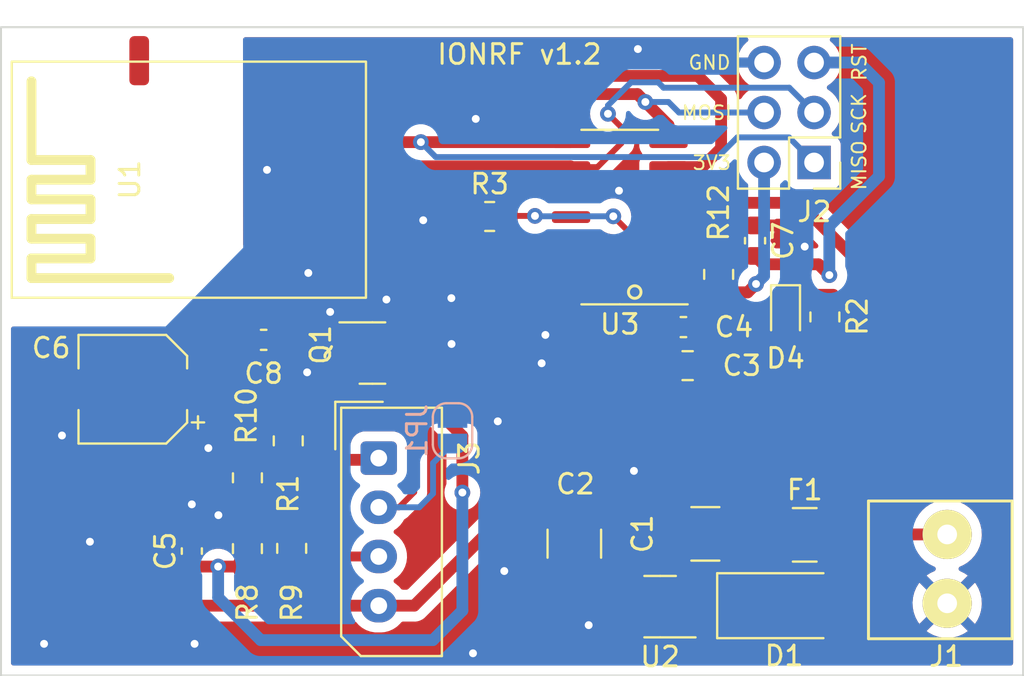
<source format=kicad_pcb>
(kicad_pcb (version 20211014) (generator pcbnew)
  (title_block (comment 4 "AISLER Project ID: GOBGGYHU"))
  (layers (0 "F.Cu" signal) (31 "B.Cu" signal) (34 "B.Paste" user) (35 "F.Paste" user) (36 "B.SilkS" user "B.Silkscreen") (37 "F.SilkS" user "F.Silkscreen") (38 "B.Mask" user) (39 "F.Mask" user) (44 "Edge.Cuts" user))
  (net 0 "")
  (net 1 "/ACC_12V_PROT")
  (net 2 "GND")
  (net 3 "/3V3")
  (net 4 "/ACC_12V_IN")
  (net 6 "Net-(J3-Pad1)")
  (net 7 "/MCU_RESET")
  (net 8 "/MCU_MOSI")
  (net 9 "/MCU_MISO")
  (net 10 "/MCU_SCK")
  (net 13 "/NRF_CS")
  (net 17 "Net-(D4-Pad1)")
  (net 18 "/NRF_CE")
  (net 19 "/XKC-Y2S-IN")
  (net 20 "Net-(J3-Pad2)")
  (net 21 "Net-(J3-Pad3)")
  (net 22 "Net-(R2-Pad2)")
  (net 23 "Net-(Q1-Pad1)")
  (net 24 "/XKC_ACTIVATE")
  (footprint "Capacitor_SMD:CP_Elec_5x5.3" (layer "F.Cu") (at 22.95 35.55 180)
    (fp_text reference "C6" (at 4.15 2.1) (layer "F.SilkS"))
    (fp_text value "100uF")
    (fp_line (start -3.625 -1.685) (end -3 -1.685) (layer "F.SilkS") (width 0.12))
    (fp_line (start 2.76 2.76) (end 2.76 1.06) (layer "F.SilkS") (width 0.12))
    (fp_line (start -2.76 1.695563) (end -1.695563 2.76) (layer "F.SilkS") (width 0.12))
    (fp_line (start -2.76 -1.695563) (end -1.695563 -2.76) (layer "F.SilkS") (width 0.12))
    (fp_line (start -2.76 1.695563) (end -2.76 1.06) (layer "F.SilkS") (width 0.12))
    (fp_line (start 2.76 -2.76) (end 2.76 -1.06) (layer "F.SilkS") (width 0.12))
    (fp_line (start -1.695563 -2.76) (end 2.76 -2.76) (layer "F.SilkS") (width 0.12))
    (fp_line (start -1.695563 2.76) (end 2.76 2.76) (layer "F.SilkS") (width 0.12))
    (fp_line (start -3.3125 -1.9975) (end -3.3125 -1.3725) (layer "F.SilkS") (width 0.12))
    (fp_line (start -2.76 -1.695563) (end -2.76 -1.06) (layer "F.SilkS") (width 0.12))
    (pad "1" smd roundrect (at -2.2 0 180) (size 3 1.6) (layers "F.Cu" "F.Paste" "F.Mask") (roundrect_rratio 0.15625) (net 3 "/3V3"))
    (pad "2" smd roundrect (at 2.2 0 180) (size 3 1.6) (layers "F.Cu" "F.Paste" "F.Mask") (roundrect_rratio 0.15625) (net 2 "GND"))
  )
  (footprint "Resistor_SMD:R_0805_2012Metric" (layer "F.Cu") (at 28.775 43.65 -90)
    (fp_text reference "R8" (at 2.75 0 90) (layer "F.SilkS"))
    (fp_text value "1k")
    (fp_line (start -0.227064 0.735) (end 0.227064 0.735) (layer "F.SilkS") (width 0.12))
    (fp_line (start -0.227064 -0.735) (end 0.227064 -0.735) (layer "F.SilkS") (width 0.12))
    (pad "1" smd roundrect (at -0.9125 0 270) (size 1.025 1.4) (layers "F.Cu" "F.Paste" "F.Mask") (roundrect_rratio 0.243902) (net 3 "/3V3"))
    (pad "2" smd roundrect (at 0.9125 0 270) (size 1.025 1.4) (layers "F.Cu" "F.Paste" "F.Mask") (roundrect_rratio 0.243902) (net 19 "/XKC-Y2S-IN"))
  )
  (footprint "Resistor_SMD:R_0805_2012Metric" (layer "F.Cu") (at 30.85 38.1725 -90)
    (fp_text reference "R1" (at 2.7 0 90) (layer "F.SilkS"))
    (fp_text value "1k")
    (fp_line (start -0.227064 0.735) (end 0.227064 0.735) (layer "F.SilkS") (width 0.12))
    (fp_line (start -0.227064 -0.735) (end 0.227064 -0.735) (layer "F.SilkS") (width 0.12))
    (pad "1" smd roundrect (at -0.9125 0 270) (size 1.025 1.4) (layers "F.Cu" "F.Paste" "F.Mask") (roundrect_rratio 0.243902) (net 2 "GND"))
    (pad "2" smd roundrect (at 0.9125 0 270) (size 1.025 1.4) (layers "F.Cu" "F.Paste" "F.Mask") (roundrect_rratio 0.243902) (net 6 "Net-(J3-Pad1)"))
  )
  (footprint "Resistor_SMD:R_0805_2012Metric" (layer "F.Cu") (at 28.775 40.05 90)
    (fp_text reference "R10" (at 3.15 -0.05 90) (layer "F.SilkS"))
    (fp_text value "1k")
    (fp_line (start -0.227064 -0.735) (end 0.227064 -0.735) (layer "F.SilkS") (width 0.12))
    (fp_line (start -0.227064 0.735) (end 0.227064 0.735) (layer "F.SilkS") (width 0.12))
    (pad "1" smd roundrect (at -0.9125 0 90) (size 1.025 1.4) (layers "F.Cu" "F.Paste" "F.Mask") (roundrect_rratio 0.243902) (net 3 "/3V3"))
    (pad "2" smd roundrect (at 0.9125 0 90) (size 1.025 1.4) (layers "F.Cu" "F.Paste" "F.Mask") (roundrect_rratio 0.243902) (net 6 "Net-(J3-Pad1)"))
  )
  (footprint "Diode_SMD:D_SMA" (layer "F.Cu") (at 56.05 46.55)
    (fp_text reference "D1" (at 0 2.55) (layer "F.SilkS"))
    (fp_text value "DO-214AC")
    (fp_line (start -3.4 1.65) (end 2 1.65) (layer "F.SilkS") (width 0.12))
    (fp_line (start -3.4 -1.65) (end -3.4 1.65) (layer "F.SilkS") (width 0.12))
    (fp_line (start -3.4 -1.65) (end 2 -1.65) (layer "F.SilkS") (width 0.12))
    (pad "1" smd rect (at -2 0) (size 2.5 1.8) (layers "F.Cu" "F.Paste" "F.Mask") (net 1 "/ACC_12V_PROT"))
    (pad "2" smd rect (at 2 0) (size 2.5 1.8) (layers "F.Cu" "F.Paste" "F.Mask") (net 2 "GND"))
  )
  (footprint "Capacitor_SMD:C_1210_3225Metric" (layer "F.Cu") (at 45.39 43.4 -90)
    (fp_text reference "C2" (at -3.03 -0.05) (layer "F.SilkS"))
    (fp_text value "10uF")
    (fp_line (start -0.711252 -1.36) (end 0.711252 -1.36) (layer "F.SilkS") (width 0.12))
    (fp_line (start -0.711252 1.36) (end 0.711252 1.36) (layer "F.SilkS") (width 0.12))
    (pad "1" smd roundrect (at -1.475 0 270) (size 1.15 2.7) (layers "F.Cu" "F.Paste" "F.Mask") (roundrect_rratio 0.217391) (net 3 "/3V3"))
    (pad "2" smd roundrect (at 1.475 0 270) (size 1.15 2.7) (layers "F.Cu" "F.Paste" "F.Mask") (roundrect_rratio 0.217391) (net 2 "GND"))
  )
  (footprint "Connector_PinHeader_2.54mm:PinHeader_2x03_P2.54mm_Vertical" (layer "F.Cu") (at 57.575 24.025 180)
    (fp_text reference "J2" (at -0.015 -2.505 180) (layer "F.SilkS"))
    (fp_text value "Programmer_Pins_SPI")
    (fp_line (start 1.27 -1.33) (end 3.87 -1.33) (layer "F.SilkS") (width 0.12))
    (fp_line (start -1.33 6.41) (end 3.87 6.41) (layer "F.SilkS") (width 0.12))
    (fp_line (start 3.87 -1.33) (end 3.87 6.41) (layer "F.SilkS") (width 0.12))
    (fp_line (start -1.33 1.27) (end -1.33 6.41) (layer "F.SilkS") (width 0.12))
    (fp_line (start -1.33 0) (end -1.33 -1.33) (layer "F.SilkS") (width 0.12))
    (fp_line (start -1.33 1.27) (end 1.27 1.27) (layer "F.SilkS") (width 0.12))
    (fp_line (start -1.33 -1.33) (end 0 -1.33) (layer "F.SilkS") (width 0.12))
    (fp_line (start 1.27 1.27) (end 1.27 -1.33) (layer "F.SilkS") (width 0.12))
    (pad "1" thru_hole rect (at 0 0 180) (size 1.7 1.7) (drill 1) (layers *.Cu *.Mask) (net 9 "/MCU_MISO"))
    (pad "2" thru_hole oval (at 2.54 0 180) (size 1.7 1.7) (drill 1) (layers *.Cu *.Mask) (net 3 "/3V3"))
    (pad "3" thru_hole oval (at 0 2.54 180) (size 1.7 1.7) (drill 1) (layers *.Cu *.Mask) (net 10 "/MCU_SCK"))
    (pad "4" thru_hole oval (at 2.54 2.54 180) (size 1.7 1.7) (drill 1) (layers *.Cu *.Mask) (net 8 "/MCU_MOSI"))
    (pad "5" thru_hole oval (at 0 5.08 180) (size 1.7 1.7) (drill 1) (layers *.Cu *.Mask) (net 7 "/MCU_RESET"))
    (pad "6" thru_hole oval (at 2.54 5.08 180) (size 1.7 1.7) (drill 1) (layers *.Cu *.Mask) (net 2 "GND"))
  )
  (footprint "my_kicad:SORKAPOCS-3.5mm-2" (layer "F.Cu") (at 64.34 44.73 90)
    (fp_text reference "J1" (at -4.4 -0.05 180) (layer "F.SilkS"))
    (fp_text value "12V_IN")
    (fp_line (start -3.5 -4) (end 3.5 -4) (layer "F.SilkS") (width 0.15))
    (fp_line (start 3.5 -4) (end 3.5 3.3) (layer "F.SilkS") (width 0.15))
    (fp_line (start 3.5 3.3) (end -3.5 3.3) (layer "F.SilkS") (width 0.15))
    (fp_line (start -3.5 3.3) (end -3.5 -4) (layer "F.SilkS") (width 0.15))
    (pad "1" thru_hole circle locked (at -1.7 0 90) (size 2.5 2.5) (drill 1) (layers *.Cu *.Mask "F.SilkS") (net 2 "GND"))
    (pad "2" thru_hole circle locked (at 1.8 0 90) (size 2.5 2.5) (drill 1) (layers *.Cu *.Mask "F.SilkS") (net 4 "/ACC_12V_IN"))
  )
  (footprint "Capacitor_SMD:C_0805_2012Metric" (layer "F.Cu") (at 51.15 34.35)
    (fp_text reference "C3" (at 2.75 0) (layer "F.SilkS"))
    (fp_text value "4.7uF")
    (fp_line (start -0.261252 0.735) (end 0.261252 0.735) (layer "F.SilkS") (width 0.12))
    (fp_line (start -0.261252 -0.735) (end 0.261252 -0.735) (layer "F.SilkS") (width 0.12))
    (pad "1" smd roundrect (at -0.95 0) (size 1 1.45) (layers "F.Cu" "F.Paste" "F.Mask") (net 3 "/3V3"))
    (pad "2" smd roundrect (at 0.95 0) (size 1 1.45) (layers "F.Cu" "F.Paste" "F.Mask") (net 2 "GND"))
  )
  (footprint "Capacitor_SMD:C_0603_1608Metric" (layer "F.Cu") (at 50.935 32.39)
    (fp_text reference "C4" (at 2.565 0) (layer "F.SilkS"))
    (fp_text value "100nF")
    (fp_line (start -0.14058 0.51) (end 0.14058 0.51) (layer "F.SilkS") (width 0.12))
    (fp_line (start -0.14058 -0.51) (end 0.14058 -0.51) (layer "F.SilkS") (width 0.12))
    (pad "1" smd roundrect (at -0.775 0) (size 0.9 0.95) (layers "F.Cu" "F.Paste" "F.Mask") (net 3 "/3V3"))
    (pad "2" smd roundrect (at 0.775 0) (size 0.9 0.95) (layers "F.Cu" "F.Paste" "F.Mask") (net 2 "GND"))
  )
  (footprint "Resistor_SMD:R_0805_2012Metric" (layer "F.Cu") (at 41.0875 26.77)
    (fp_text reference "R3" (at 0 -1.65) (layer "F.SilkS"))
    (fp_text value "1k")
    (fp_line (start -0.227064 -0.735) (end 0.227064 -0.735) (layer "F.SilkS") (width 0.12))
    (fp_line (start -0.227064 0.735) (end 0.227064 0.735) (layer "F.SilkS") (width 0.12))
    (pad "1" smd roundrect (at -0.9125 0) (size 1.025 1.4) (layers "F.Cu" "F.Paste" "F.Mask") (roundrect_rratio 0.243902) (net 23 "Net-(Q1-Pad1)"))
    (pad "2" smd roundrect (at 0.9125 0) (size 1.025 1.4) (layers "F.Cu" "F.Paste" "F.Mask") (roundrect_rratio 0.243902) (net 24 "/XKC_ACTIVATE"))
  )
  (footprint "Resistor_SMD:R_0805_2012Metric" (layer "F.Cu") (at 58.125 31.875 -90)
    (fp_text reference "R2" (at -0.025 -1.65 -90) (layer "F.SilkS"))
    (fp_text value "1k")
    (fp_line (start -0.227064 0.735) (end 0.227064 0.735) (layer "F.SilkS") (width 0.12))
    (fp_line (start -0.227064 -0.735) (end 0.227064 -0.735) (layer "F.SilkS") (width 0.12))
    (pad "1" smd roundrect (at -0.9125 0 270) (size 1.025 1.4) (layers "F.Cu" "F.Paste" "F.Mask") (roundrect_rratio 0.243902) (net 17 "Net-(D4-Pad1)"))
    (pad "2" smd roundrect (at 0.9125 0 270) (size 1.025 1.4) (layers "F.Cu" "F.Paste" "F.Mask") (roundrect_rratio 0.243902) (net 22 "Net-(R2-Pad2)"))
  )
  (footprint "Resistor_SMD:R_0805_2012Metric" (layer "F.Cu") (at 52.725 29.7125 90)
    (fp_text reference "R12" (at 3.1375 0 90) (layer "F.SilkS"))
    (fp_text value "1k")
    (fp_line (start -0.227064 0.735) (end 0.227064 0.735) (layer "F.SilkS") (width 0.12))
    (fp_line (start -0.227064 -0.735) (end 0.227064 -0.735) (layer "F.SilkS") (width 0.12))
    (pad "1" smd roundrect (at -0.9125 0 90) (size 1.025 1.4) (layers "F.Cu" "F.Paste" "F.Mask") (roundrect_rratio 0.243902) (net 3 "/3V3"))
    (pad "2" smd roundrect (at 0.9125 0 90) (size 1.025 1.4) (layers "F.Cu" "F.Paste" "F.Mask") (roundrect_rratio 0.243902) (net 7 "/MCU_RESET"))
  )
  (footprint "Capacitor_SMD:C_0603_1608Metric" (layer "F.Cu") (at 54.575 28 -90)
    (fp_text reference "C7" (at 0 -1.425 90) (layer "F.SilkS"))
    (fp_text value "100nF")
    (fp_line (start -0.14058 0.51) (end 0.14058 0.51) (layer "F.SilkS") (width 0.12))
    (fp_line (start -0.14058 -0.51) (end 0.14058 -0.51) (layer "F.SilkS") (width 0.12))
    (pad "1" smd roundrect (at -0.775 0 270) (size 0.9 0.95) (layers "F.Cu" "F.Paste" "F.Mask") (net 2 "GND"))
    (pad "2" smd roundrect (at 0.775 0 270) (size 0.9 0.95) (layers "F.Cu" "F.Paste" "F.Mask") (net 7 "/MCU_RESET"))
  )
  (footprint "Fuse:Fuse_1210_3225Metric_Pad1.42x2.65mm_HandSolder" (layer "F.Cu") (at 57.1 42.95)
    (fp_text reference "F1" (at 0 -2.28) (layer "F.SilkS"))
    (fp_text value "100mA Polyfuse")
    (fp_line (start -0.602064 1.36) (end 0.602064 1.36) (layer "F.SilkS") (width 0.12))
    (fp_line (start -0.602064 -1.36) (end 0.602064 -1.36) (layer "F.SilkS") (width 0.12))
    (pad "1" smd roundrect (at -1.4875 0) (size 1.425 2.65) (layers "F.Cu" "F.Paste" "F.Mask") (roundrect_rratio 0.175439) (net 1 "/ACC_12V_PROT"))
    (pad "2" smd roundrect (at 1.4875 0) (size 1.425 2.65) (layers "F.Cu" "F.Paste" "F.Mask") (roundrect_rratio 0.175439) (net 4 "/ACC_12V_IN"))
  )
  (footprint "Connector_Molex:Molex_SPOX_5267-04A_1x04_P2.50mm_Vertical" (layer "F.Cu") (at 35.45 39.05 -90)
    (fp_text reference "J3" (at 0 -4.6 90) (layer "F.SilkS"))
    (fp_text value "XKC-Y2S-IN")
    (fp_line (start -2.56 -3.21) (end -2.56 1.91) (layer "F.SilkS") (width 0.12))
    (fp_line (start 9.06 1.91) (end 10.06 0.91) (layer "F.SilkS") (width 0.12))
    (fp_line (start -2.86 2.21) (end -0.45 2.21) (layer "F.SilkS") (width 0.12))
    (fp_line (start 10.06 -3.21) (end -2.56 -3.21) (layer "F.SilkS") (width 0.12))
    (fp_line (start 10.06 0.91) (end 10.06 -3.21) (layer "F.SilkS") (width 0.12))
    (fp_line (start -2.86 -0.2) (end -2.86 2.21) (layer "F.SilkS") (width 0.12))
    (fp_line (start -2.56 1.91) (end 9.06 1.91) (layer "F.SilkS") (width 0.12))
    (pad "1" thru_hole roundrect (at 0 0 270) (size 1.7 1.85) (drill 0.85) (layers *.Cu *.Mask) (roundrect_rratio 0.147059) (net 6 "Net-(J3-Pad1)"))
    (pad "2" thru_hole oval (at 2.5 0 270) (size 1.7 1.85) (drill 0.85) (layers *.Cu *.Mask) (net 20 "Net-(J3-Pad2)"))
    (pad "3" thru_hole oval (at 5 0 270) (size 1.7 1.85) (drill 0.85) (layers *.Cu *.Mask) (net 21 "Net-(J3-Pad3)"))
    (pad "4" thru_hole oval (at 7.5 0 270) (size 1.7 1.85) (drill 0.85) (layers *.Cu *.Mask) (net 3 "/3V3"))
  )
  (footprint "Resistor_SMD:R_0805_2012Metric" (layer "F.Cu") (at 31.025 43.6375 -90)
    (fp_text reference "R9" (at 2.7625 0 90) (layer "F.SilkS"))
    (fp_text value "1k")
    (fp_line (start -0.227064 -0.735) (end 0.227064 -0.735) (layer "F.SilkS") (width 0.12))
    (fp_line (start -0.227064 0.735) (end 0.227064 0.735) (layer "F.SilkS") (width 0.12))
    (pad "1" smd roundrect (at -0.9125 0 270) (size 1.025 1.4) (layers "F.Cu" "F.Paste" "F.Mask") (roundrect_rratio 0.243902) (net 21 "Net-(J3-Pad3)"))
    (pad "2" smd roundrect (at 0.9125 0 270) (size 1.025 1.4) (layers "F.Cu" "F.Paste" "F.Mask") (roundrect_rratio 0.243902) (net 19 "/XKC-Y2S-IN"))
  )
  (footprint "mykicad_6:NRF24L01_SMD" (layer "F.Cu") (at 25.8 24.9 90)
    (fp_text reference "U1" (at 0 -3 90 unlocked) (layer "F.SilkS"))
    (fp_text value "NRF24L01_Breakout")
    (fp_line (start 0 -5) (end 1 -5) (layer "F.SilkS") (width 0.5))
    (fp_line (start -5 -1) (end -5 -8) (layer "F.SilkS") (width 0.5))
    (fp_line (start -4 -5) (end -3 -5) (layer "F.SilkS") (width 0.5))
    (fp_line (start -5 -8) (end -4 -8) (layer "F.SilkS") (width 0.5))
    (fp_line (start -3 -5) (end -3 -8) (layer "F.SilkS") (width 0.5))
    (fp_line (start -3 -8) (end -2 -8) (layer "F.SilkS") (width 0.5))
    (fp_line (start -2 -8) (end -2 -5) (layer "F.SilkS") (width 0.5))
    (fp_line (start -2 -5) (end -1 -5) (layer "F.SilkS") (width 0.5))
    (fp_line (start 1 -5) (end 1 -8) (layer "F.SilkS") (width 0.5))
    (fp_line (start -1 -5) (end -1 -8) (layer "F.SilkS") (width 0.5))
    (fp_line (start -1 -8) (end 0 -8) (layer "F.SilkS") (width 0.5))
    (fp_line (start -4 -8) (end -4 -5) (layer "F.SilkS") (width 0.5))
    (fp_line (start 1 -8) (end 5 -8) (layer "F.SilkS") (width 0.5))
    (fp_line (start 0 -8) (end 0 -5) (layer "F.SilkS") (width 0.5))
    (fp_rect (start -6 -9) (end 6 9) (layer "F.SilkS") (width 0.12) (fill none))
    (pad "1" smd roundrect (at -4.4 9 180) (size 3 0.8) (layers "F.Cu" "F.Paste" "F.Mask") (net 2 "GND"))
    (pad "2" smd roundrect (at -3.13 9 180) (size 3 0.8) (layers "F.Cu" "F.Paste" "F.Mask") (net 3 "/3V3"))
    (pad "3" smd roundrect (at -1.86 9 180) (size 3 0.8) (layers "F.Cu" "F.Paste" "F.Mask") (net 18 "/NRF_CE"))
    (pad "4" smd roundrect (at -0.59 9 180) (size 3 0.8) (layers "F.Cu" "F.Paste" "F.Mask") (net 13 "/NRF_CS"))
    (pad "5" smd roundrect (at 0.68 9 180) (size 3 0.8) (layers "F.Cu" "F.Paste" "F.Mask") (net 10 "/MCU_SCK"))
    (pad "6" smd roundrect (at 1.95 9 180) (size 3 0.8) (layers "F.Cu" "F.Paste" "F.Mask") (net 9 "/MCU_MISO"))
    (pad "7" smd roundrect (at 3.22 9 180) (size 3 0.8) (layers "F.Cu" "F.Paste" "F.Mask") (net 8 "/MCU_MOSI"))
    (pad "8" smd roundrect (at 4.49 9 180) (size 3 0.8) (layers "F.Cu" "F.Paste" "F.Mask"))
    (pad "9" smd roundrect (at 6.05 -2.525 90) (size 2.5 1) (layers "F.Cu" "F.Paste" "F.Mask"))
  )
  (footprint "LED_SMD:LED_0603_1608Metric" (layer "F.Cu") (at 56.125 31.75 -90)
    (fp_text reference "D4" (at 2.225 0 180) (layer "F.SilkS"))
    (fp_text value "LED")
    (fp_line (start 0.8 -0.735) (end -1.485 -0.735) (layer "F.SilkS") (width 0.12))
    (fp_line (start -1.485 -0.735) (end -1.485 0.735) (layer "F.SilkS") (width 0.12))
    (fp_line (start -1.485 0.735) (end 0.8 0.735) (layer "F.SilkS") (width 0.12))
    (pad "1" smd roundrect (at -0.7875 0 270) (size 0.875 0.95) (layers "F.Cu" "F.Paste" "F.Mask") (net 17 "Net-(D4-Pad1)"))
    (pad "2" smd roundrect (at 0.7875 0 270) (size 0.875 0.95) (layers "F.Cu" "F.Paste" "F.Mask") (net 3 "/3V3"))
  )
  (footprint "Package_TO_SOT_SMD:SOT-23" (layer "F.Cu") (at 35.13 33.71)
    (fp_text reference "Q1" (at -2.63 -0.42 90) (layer "F.SilkS"))
    (fp_text value "BC847B")
    (fp_line (start 0 -1.56) (end 0.65 -1.56) (layer "F.SilkS") (width 0.12))
    (fp_line (start 0 1.56) (end -0.65 1.56) (layer "F.SilkS") (width 0.12))
    (fp_line (start 0 -1.56) (end -1.675 -1.56) (layer "F.SilkS") (width 0.12))
    (fp_line (start 0 1.56) (end 0.65 1.56) (layer "F.SilkS") (width 0.12))
    (pad "1" smd roundrect (at -0.9375 -0.95) (size 1.475 0.6) (layers "F.Cu" "F.Paste" "F.Mask") (net 23 "Net-(Q1-Pad1)"))
    (pad "2" smd roundrect (at -0.9375 0.95) (size 1.475 0.6) (layers "F.Cu" "F.Paste" "F.Mask") (net 2 "GND"))
    (pad "3" smd roundrect (at 0.9375 0) (size 1.475 0.6) (layers "F.Cu" "F.Paste" "F.Mask") (net 20 "Net-(J3-Pad2)"))
  )
  (footprint "Capacitor_SMD:C_0603_1608Metric" (layer "F.Cu") (at 25.95 43.775 -90)
    (fp_text reference "C5" (at 0 1.35 90) (layer "F.SilkS"))
    (fp_text value "100nF")
    (fp_line (start -0.14058 0.51) (end 0.14058 0.51) (layer "F.SilkS") (width 0.12))
    (fp_line (start -0.14058 -0.51) (end 0.14058 -0.51) (layer "F.SilkS") (width 0.12))
    (pad "1" smd roundrect (at -0.775 0 270) (size 0.9 0.95) (layers "F.Cu" "F.Paste" "F.Mask") (net 2 "GND"))
    (pad "2" smd roundrect (at 0.775 0 270) (size 0.9 0.95) (layers "F.Cu" "F.Paste" "F.Mask") (net 19 "/XKC-Y2S-IN"))
  )
  (footprint "Capacitor_SMD:C_1210_3225Metric" (layer "F.Cu") (at 52.05 42.9 180)
    (fp_text reference "C1" (at 3.2 0 90) (layer "F.SilkS"))
    (fp_text value "10uF")
    (fp_line (start -0.711252 1.36) (end 0.711252 1.36) (layer "F.SilkS") (width 0.12))
    (fp_line (start -0.711252 -1.36) (end 0.711252 -1.36) (layer "F.SilkS") (width 0.12))
    (pad "1" smd roundrect (at -1.475 0 180) (size 1.15 2.7) (layers "F.Cu" "F.Paste" "F.Mask") (roundrect_rratio 0.217391) (net 1 "/ACC_12V_PROT"))
    (pad "2" smd roundrect (at 1.475 0 180) (size 1.15 2.7) (layers "F.Cu" "F.Paste" "F.Mask") (roundrect_rratio 0.217391) (net 2 "GND"))
  )
  (footprint "Package_TO_SOT_SMD:SOT-23-5" (layer "F.Cu") (at 49.75 46.6 180)
    (fp_text reference "U2" (at 0 -2.55) (layer "F.SilkS"))
    (fp_text value "AP7370-33WW-7")
    (fp_line (start 0 -1.56) (end 0.8 -1.56) (layer "F.SilkS") (width 0.12))
    (fp_line (start 0 1.56) (end 0.8 1.56) (layer "F.SilkS") (width 0.12))
    (fp_line (start 0 -1.56) (end -1.8 -1.56) (layer "F.SilkS") (width 0.12))
    (fp_line (start 0 1.56) (end -0.8 1.56) (layer "F.SilkS") (width 0.12))
    (pad "1" smd roundrect (at -1.1375 -0.95 180) (size 1.325 0.6) (layers "F.Cu" "F.Paste" "F.Mask") (net 1 "/ACC_12V_PROT"))
    (pad "2" smd roundrect (at -1.1375 0 180) (size 1.325 0.6) (layers "F.Cu" "F.Paste" "F.Mask") (net 2 "GND"))
    (pad "3" smd roundrect (at -1.1375 0.95 180) (size 1.325 0.6) (layers "F.Cu" "F.Paste" "F.Mask") (net 3 "/3V3"))
    (pad "4" smd roundrect (at 1.1375 0.95 180) (size 1.325 0.6) (layers "F.Cu" "F.Paste" "F.Mask"))
    (pad "5" smd roundrect (at 1.1375 -0.95 180) (size 1.325 0.6) (layers "F.Cu" "F.Paste" "F.Mask"))
  )
  (footprint "Package_SO:SOIC-14_3.9x8.7mm_P1.27mm" (layer "F.Cu") (at 47.7 26.8 180)
    (fp_text reference "U3" (at 0 -5.45) (layer "F.SilkS"))
    (fp_text value "ATtiny84-20SS")
    (fp_line (start 0 4.435) (end -1.95 4.435) (layer "F.SilkS") (width 0.12))
    (fp_line (start 0 4.435) (end 1.95 4.435) (layer "F.SilkS") (width 0.12))
    (fp_line (start 0 -4.435) (end 1.95 -4.435) (layer "F.SilkS") (width 0.12))
    (fp_line (start 0 -4.435) (end -3.45 -4.435) (layer "F.SilkS") (width 0.12))
    (pad "1" smd roundrect (at -2.475 -3.81 180) (size 1.95 0.6) (layers "F.Cu" "F.Paste" "F.Mask") (net 3 "/3V3"))
    (pad "2" smd roundrect (at -2.475 -2.54 180) (size 1.95 0.6) (layers "F.Cu" "F.Paste" "F.Mask"))
    (pad "3" smd roundrect (at -2.475 -1.27 180) (size 1.95 0.6) (layers "F.Cu" "F.Paste" "F.Mask") (net 24 "/XKC_ACTIVATE"))
    (pad "4" smd roundrect (at -2.475 0 180) (size 1.95 0.6) (layers "F.Cu" "F.Paste" "F.Mask") (net 7 "/MCU_RESET"))
    (pad "5" smd roundrect (at -2.475 1.27 180) (size 1.95 0.6) (layers "F.Cu" "F.Paste" "F.Mask") (net 22 "Net-(R2-Pad2)"))
    (pad "6" smd roundrect (at -2.475 2.54 180) (size 1.95 0.6) (layers "F.Cu" "F.Paste" "F.Mask") (net 18 "/NRF_CE"))
    (pad "7" smd roundrect (at -2.475 3.81 180) (size 1.95 0.6) (layers "F.Cu" "F.Paste" "F.Mask") (net 8 "/MCU_MOSI"))
    (pad "8" smd roundrect (at 2.475 3.81 180) (size 1.95 0.6) (layers "F.Cu" "F.Paste" "F.Mask") (net 9 "/MCU_MISO"))
    (pad "9" smd roundrect (at 2.475 2.54 180) (size 1.95 0.6) (layers "F.Cu" "F.Paste" "F.Mask") (net 10 "/MCU_SCK"))
    (pad "10" smd roundrect (at 2.475 1.27 180) (size 1.95 0.6) (layers "F.Cu" "F.Paste" "F.Mask") (net 13 "/NRF_CS"))
    (pad "11" smd roundrect (at 2.475 0 180) (size 1.95 0.6) (layers "F.Cu" "F.Paste" "F.Mask"))
    (pad "12" smd roundrect (at 2.475 -1.27 180) (size 1.95 0.6) (layers "F.Cu" "F.Paste" "F.Mask") (net 19 "/XKC-Y2S-IN"))
    (pad "13" smd roundrect (at 2.475 -2.54 180) (size 1.95 0.6) (layers "F.Cu" "F.Paste" "F.Mask"))
    (pad "14" smd roundrect (at 2.475 -3.81 180) (size 1.95 0.6) (layers "F.Cu" "F.Paste" "F.Mask") (net 2 "GND"))
  )
  (footprint "Capacitor_SMD:C_0603_1608Metric" (layer "F.Cu") (at 29.6 33.04 180)
    (fp_text reference "C8" (at 0 -1.71) (layer "F.SilkS"))
    (fp_text value "100nF")
    (fp_line (start -0.14058 0.51) (end 0.14058 0.51) (layer "F.SilkS") (width 0.12))
    (fp_line (start -0.14058 -0.51) (end 0.14058 -0.51) (layer "F.SilkS") (width 0.12))
    (pad "1" smd roundrect (at -0.775 0 180) (size 0.9 0.95) (layers "F.Cu" "F.Paste" "F.Mask") (net 2 "GND"))
    (pad "2" smd roundrect (at 0.775 0 180) (size 0.9 0.95) (layers "F.Cu" "F.Paste" "F.Mask") (net 3 "/3V3"))
  )
  (footprint "Jumper:SolderJumper-2_P1.3mm_Open_RoundedPad1.0x1.5mm" (layer "B.Cu") (at 39.2 37.66 -90)
    (fp_text reference "JP1" (at 0 1.8 90) (layer "B.SilkS") (effects (justify mirror)))
    (fp_text value "SolderJumper_2_Open")
    (fp_line (start -1.4 -0.3) (end -1.4 0.3) (layer "B.SilkS") (width 0.12))
    (fp_line (start -0.7 1) (end 0.7 1) (layer "B.SilkS") (width 0.12))
    (fp_line (start 0.7 -1) (end -0.7 -1) (layer "B.SilkS") (width 0.12))
    (fp_line (start 1.4 0.3) (end 1.4 -0.3) (layer "B.SilkS") (width 0.12))
    (fp_arc (start 0.7 -1) (mid 1.194975 -0.794975) (end 1.4 -0.3) (layer "B.SilkS") (width 0.12))
    (fp_arc (start -0.7 1) (mid -1.194975 0.794975) (end -1.4 0.3) (layer "B.SilkS") (width 0.12))
    (fp_arc (start 1.4 0.3) (mid 1.194975 0.794975) (end 0.7 1) (layer "B.SilkS") (width 0.12))
    (fp_arc (start -1.4 -0.3) (mid -1.194975 -0.794975) (end -0.7 -1) (layer "B.SilkS") (width 0.12))
    (pad "1" smd custom (at -0.65 0 270) (size 1 0.5) (layers "B.Cu" "B.Mask") (net 2 "GND") (options (clearance outline) (anchor rect)) (primitives (gr_circle (center 0 -0.25) (end 0.5 -0.25) (width 0) (fill yes)) (gr_circle (center 0 0.25) (end 0.5 0.25) (width 0) (fill yes)) (gr_poly (pts (xy 0.5 -0.75) (xy 0 -0.75) (xy 0 0.75) (xy 0.5 0.75)) (width 0) (fill yes))))
    (pad "2" smd custom (at 0.65 0 270) (size 1 0.5) (layers "B.Cu" "B.Mask") (net 20 "Net-(J3-Pad2)") (options (clearance outline) (anchor rect)) (primitives (gr_circle (center 0 -0.25) (end 0.5 -0.25) (width 0) (fill yes)) (gr_circle (center 0 0.25) (end 0.5 0.25) (width 0) (fill yes)) (gr_poly (pts (xy 0 -0.75) (xy -0.5 -0.75) (xy -0.5 0.75) (xy 0 0.75)) (width 0) (fill yes))))
  )
  (gr_circle (center 48.46 30.61) (end 48.67 30.85) (layer "F.SilkS") (width 0.15) (fill none))
  (gr_rect (start 16.25 17.15) (end 68.2 50.1) (layer "Edge.Cuts") (width 0.1) (fill none))
  (gr_text "SCK" (at 59.86 21.54 90) (layer "F.SilkS") (effects (font (size 0.7 0.7) (thickness 0.1))))
  (gr_text "MOSI" (at 52.12 21.5) (layer "F.SilkS") (effects (font (size 0.7 0.7) (thickness 0.1))))
  (gr_text "GND" (at 52.26 18.95) (layer "F.SilkS") (effects (font (size 0.7 0.7) (thickness 0.1))))
  (gr_text "MISO" (at 59.87 24.17 90) (layer "F.SilkS") (effects (font (size 0.7 0.7) (thickness 0.1))))
  (gr_text "IONRF v1.2" (at 42.6 18.53) (layer "F.SilkS") (effects (font (size 1 1))))
  (gr_text "RST" (at 59.88 18.93 90) (layer "F.SilkS") (effects (font (size 0.7 0.7) (thickness 0.1))))
  (gr_text "3V3" (at 52.38 24.04) (layer "F.SilkS") (effects (font (size 0.7 0.7) (thickness 0.1))))
  (segment (start 50.8875 47.55) (end 53.05 47.55) (width 0.6) (layer "F.Cu") (net 1))
  (segment (start 53.525 42.9) (end 55.5625 42.9) (width 0.6) (layer "F.Cu") (net 1))
  (segment (start 54.05 46.55) (end 53.55 46.05) (width 0.6) (layer "F.Cu") (net 1))
  (segment (start 53.55 46.05) (end 53.55 42.925) (width 0.6) (layer "F.Cu") (net 1))
  (segment (start 53.55 42.925) (end 53.525 42.9) (width 0.6) (layer "F.Cu") (net 1))
  (segment (start 55.5625 42.9) (end 55.6125 42.95) (width 0.6) (layer "F.Cu") (net 1))
  (segment (start 53.05 47.55) (end 54.05 46.55) (width 0.6) (layer "F.Cu") (net 1))
  (segment (start 57.1 28.3005) (end 56.0245 27.225) (width 0.6) (layer "F.Cu") (net 2))
  (segment (start 56.0245 27.225) (end 54.575 27.225) (width 0.6) (layer "F.Cu") (net 2))
  (segment (start 45.225 31.485) (end 43.92 32.79) (width 0.6) (layer "F.Cu") (net 2))
  (segment (start 45.225 30.61) (end 45.225 31.485) (width 0.6) (layer "F.Cu") (net 2))
  (via (at 39.15 33.25) (size 0.8) (drill 0.4) (layers "F.Cu" "B.Cu") (net 2))
  (via (at 29.77 24.4) (size 0.8) (drill 0.4) (layers "F.Cu" "B.Cu") (net 2))
  (via (at 43.73 34.23) (size 0.8) (drill 0.4) (layers "F.Cu" "B.Cu") (net 2))
  (via (at 41.5 37.18) (size 0.8) (drill 0.4) (layers "F.Cu" "B.Cu") (net 2))
  (via (at 41.83 44.79) (size 0.8) (drill 0.4) (layers "F.Cu" "B.Cu") (net 2))
  (via (at 57.1 28.3005) (size 0.8) (drill 0.4) (layers "F.Cu" "B.Cu") (net 2))
  (via (at 26.79 38.54) (size 0.8) (drill 0.4) (layers "F.Cu" "B.Cu") (net 2))
  (via (at 48.62 18.26) (size 0.8) (drill 0.4) (layers "F.Cu" "B.Cu") (net 2))
  (via (at 20.77 43.3) (size 0.8) (drill 0.4) (layers "F.Cu" "B.Cu") (net 2))
  (via (at 47.66 25.46) (size 0.8) (drill 0.4) (layers "F.Cu" "B.Cu") (net 2))
  (via (at 32.98 31.62) (size 0.8) (drill 0.4) (layers "F.Cu" "B.Cu") (net 2))
  (via (at 31.87 29.64) (size 0.8) (drill 0.4) (layers "F.Cu" "B.Cu") (net 2))
  (via (at 27.3 41.95) (size 0.8) (drill 0.4) (layers "F.Cu" "B.Cu") (net 2))
  (via (at 19.35 37.9) (size 0.8) (drill 0.4) (layers "F.Cu" "B.Cu") (net 2))
  (via (at 39.14 30.92) (size 0.8) (drill 0.4) (layers "F.Cu" "B.Cu") (net 2))
  (via (at 37.71 26.96) (size 0.8) (drill 0.4) (layers "F.Cu" "B.Cu") (net 2))
  (via (at 25.95 41.4) (size 0.8) (drill 0.4) (layers "F.Cu" "B.Cu") (net 2))
  (via (at 40.24 48.97) (size 0.8) (drill 0.4) (layers "F.Cu" "B.Cu") (net 2))
  (via (at 18.44 48.49) (size 0.8) (drill 0.4) (layers "F.Cu" "B.Cu") (net 2))
  (via (at 31.81 34.69) (size 0.8) (drill 0.4) (layers "F.Cu" "B.Cu") (net 2))
  (via (at 43.92 32.79) (size 0.8) (drill 0.4) (layers "F.Cu" "B.Cu") (net 2))
  (via (at 35.84 30.99) (size 0.8) (drill 0.4) (layers "F.Cu" "B.Cu") (net 2))
  (via (at 26.09 48.49) (size 0.8) (drill 0.4) (layers "F.Cu" "B.Cu") (net 2))
  (via (at 40.38 21.81) (size 0.8) (drill 0.4) (layers "F.Cu" "B.Cu") (net 2))
  (via (at 46.12 47.54) (size 0.8) (drill 0.4) (layers "F.Cu" "B.Cu") (net 2))
  (via (at 48.42 39.7) (size 0.8) (drill 0.4) (layers "F.Cu" "B.Cu") (net 2))
  (segment (start 43.7 36.57) (end 45.92 34.35) (width 0.6) (layer "F.Cu") (net 3))
  (segment (start 27.99375 40.9625) (end 28.775 40.9625) (width 0.6) (layer "F.Cu") (net 3))
  (segment (start 50.175 32.35) (end 50.175 30.61) (width 0.6) (layer "F.Cu") (net 3))
  (segment (start 37.25 46.55) (end 35.45 46.55) (width 0.6) (layer "F.Cu") (net 3))
  (segment (start 28.775 42.7375) (end 28.775 40.9625) (width 0.6) (layer "F.Cu") (net 3))
  (segment (start 43.7 41.95) (end 46.9 41.95) (width 0.6) (layer "F.Cu") (net 3))
  (segment (start 25.15 33.05) (end 25.15 35.55) (width 0.6) (layer "F.Cu") (net 3))
  (segment (start 25.15 35.55) (end 25.15 40.15) (width 0.6) (layer "F.Cu") (net 3))
  (segment (start 28.825 33.04) (end 28.825 29.375) (width 0.6) (layer "F.Cu") (net 3))
  (segment (start 23.55 41.75) (end 25.15 40.15) (width 0.6) (layer "F.Cu") (net 3))
  (segment (start 50.19 30.625) (end 50.175 30.61) (width 0.6) (layer "F.Cu") (net 3))
  (segment (start 25 46.55) (end 35.45 46.55) (width 0.6) (layer "F.Cu") (net 3))
  (segment (start 28.825 29.375) (end 25.15 33.05) (width 0.6) (layer "F.Cu") (net 3))
  (segment (start 50.2 32.375) (end 50.175 32.35) (width 0.6) (layer "F.Cu") (net 3))
  (segment (start 52.725 30.625) (end 54.2 30.625) (width 0.6) (layer "F.Cu") (net 3))
  (segment (start 30.17 28.03) (end 28.825 29.375) (width 0.6) (layer "F.Cu") (net 3))
  (segment (start 50.6 45.65) (end 50.8875 45.65) (width 0.6) (layer "F.Cu") (net 3))
  (segment (start 56.16 32.5725) (end 56.125 32.5375) (width 0.6) (layer "F.Cu") (net 3))
  (segment (start 50.2 34.35) (end 50.2 32.375) (width 0.6) (layer "F.Cu") (net 3))
  (segment (start 55.2625 32.5375) (end 53.35 30.625) (width 0.6) (layer "F.Cu") (net 3))
  (segment (start 52.725 30.625) (end 50.19 30.625) (width 0.6) (layer "F.Cu") (net 3))
  (segment (start 53.35 30.625) (end 52.725 30.625) (width 0.6) (layer "F.Cu") (net 3))
  (segment (start 25.15 40.15) (end 27.18125 40.15) (width 0.6) (layer "F.Cu") (net 3))
  (segment (start 23.55 45.1) (end 23.55 41.75) (width 0.6) (layer "F.Cu") (net 3))
  (segment (start 34.8 28.03) (end 30.17 28.03) (width 0.6) (layer "F.Cu") (net 3))
  (segment (start 56.125 32.5375) (end 55.2625 32.5375) (width 0.6) (layer "F.Cu") (net 3))
  (segment (start 43.7 41.95) (end 43.7 36.57) (width 0.6) (layer "F.Cu") (net 3))
  (segment (start 46.9 41.95) (end 50.6 45.65) (width 0.6) (layer "F.Cu") (net 3))
  (segment (start 37.25 46.55) (end 41.85 41.95) (width 0.6) (layer "F.Cu") (net 3))
  (segment (start 25 46.55) (end 23.55 45.1) (width 0.6) (layer "F.Cu") (net 3))
  (segment (start 54.2 30.625) (end 54.625 30.2) (width 0.6) (layer "F.Cu") (net 3))
  (segment (start 27.18125 40.15) (end 27.99375 40.9625) (width 0.6) (layer "F.Cu") (net 3))
  (segment (start 45.92 34.35) (end 50.2 34.35) (width 0.6) (layer "F.Cu") (net 3))
  (segment (start 41.85 41.95) (end 43.7 41.95) (width 0.6) (layer "F.Cu") (net 3))
  (via (at 54.625 30.2) (size 0.8) (drill 0.4) (layers "F.Cu" "B.Cu") (net 3))
  (segment (start 54.625 30.2) (end 55.035 29.79) (width 0.6) (layer "B.Cu") (net 3))
  (segment (start 55.035 29.79) (end 55.035 24.025) (width 0.6) (layer "B.Cu") (net 3))
  (segment (start 64.34 42.93) (end 58.6075 42.93) (width 0.6) (layer "F.Cu") (net 4))
  (segment (start 58.6075 42.93) (end 58.5875 42.95) (width 0.6) (layer "F.Cu") (net 4))
  (segment (start 28.775 39.1375) (end 31.025 39.1375) (width 0.6) (layer "F.Cu") (net 6))
  (segment (start 31.025 39.1375) (end 35.3625 39.1375) (width 0.6) (layer "F.Cu") (net 6))
  (segment (start 35.3625 39.1375) (end 35.45 39.05) (width 0.6) (layer "F.Cu") (net 6))
  (segment (start 58.35 29.75) (end 57.8 29.2) (width 0.6) (layer "F.Cu") (net 7))
  (segment (start 51.975 26.8) (end 52.75 27.575) (width 0.6) (layer "F.Cu") (net 7))
  (segment (start 52.75 27.575) (end 52.75 28.775) (width 0.6) (layer "F.Cu") (net 7))
  (segment (start 54.575 28.775) (end 52.75 28.775) (width 0.6) (layer "F.Cu") (net 7))
  (segment (start 50.175 26.8) (end 51.975 26.8) (width 0.6) (layer "F.Cu") (net 7))
  (segment (start 55 29.2) (end 54.575 28.775) (width 0.6) (layer "F.Cu") (net 7))
  (segment (start 52.75 28.775) (end 52.725 28.8) (width 0.6) (layer "F.Cu") (net 7))
  (segment (start 57.8 29.2) (end 55 29.2) (width 0.6) (layer "F.Cu") (net 7))
  (via (at 58.35 29.75) (size 0.8) (drill 0.4) (layers "F.Cu" "B.Cu") (net 7))
  (segment (start 59.855 18.945) (end 57.575 18.945) (width 0.6) (layer "B.Cu") (net 7))
  (segment (start 60.875 19.965) (end 59.855 18.945) (width 0.6) (layer "B.Cu") (net 7))
  (segment (start 58.35 27.25) (end 60.875 24.725) (width 0.6) (layer "B.Cu") (net 7))
  (segment (start 60.875 24.725) (end 60.875 19.965) (width 0.6) (layer "B.Cu") (net 7))
  (segment (start 58.35 29.75) (end 58.35 27.25) (width 0.6) (layer "B.Cu") (net 7))
  (segment (start 34.8 21.68) (end 36.85 21.68) (width 0.6) (layer "F.Cu") (net 8))
  (segment (start 48.6 20.55) (end 49 20.95) (width 0.6) (layer "F.Cu") (net 8))
  (segment (start 37.98 20.55) (end 48.6 20.55) (width 0.6) (layer "F.Cu") (net 8))
  (segment (start 49 20.95) (end 50.175 22.125) (width 0.6) (layer "F.Cu") (net 8))
  (segment (start 50.175 22.125) (end 50.175 22.99) (width 0.6) (layer "F.Cu") (net 8))
  (segment (start 36.85 21.68) (end 37.98 20.55) (width 0.6) (layer "F.Cu") (net 8))
  (via (at 49 20.95) (size 0.8) (drill 0.4) (layers "F.Cu" "B.Cu") (net 8))
  (segment (start 50.175 20.95) (end 50.71 21.485) (width 0.3) (layer "B.Cu") (net 8))
  (segment (start 50.71 21.485) (end 55.035 21.485) (width 0.3) (layer "B.Cu") (net 8))
  (segment (start 49 20.95) (end 50.175 20.95) (width 0.3) (layer "B.Cu") (net 8))
  (segment (start 45.225 22.99) (end 34.84 22.99) (width 0.6) (layer "F.Cu") (net 9))
  (segment (start 34.84 22.99) (end 34.8 22.95) (width 0.6) (layer "F.Cu") (net 9))
  (via (at 37.59 22.99) (size 0.8) (drill 0.4) (layers "F.Cu" "B.Cu") (net 9))
  (segment (start 53.675 22.75) (end 56.3 22.75) (width 0.3) (layer "B.Cu") (net 9))
  (segment (start 56.3 22.75) (end 57.575 24.025) (width 0.3) (layer "B.Cu") (net 9))
  (segment (start 38.35 23.75) (end 52.675 23.75) (width 0.3) (layer "B.Cu") (net 9))
  (segment (start 37.59 22.99) (end 38.35 23.75) (width 0.3) (layer "B.Cu") (net 9))
  (segment (start 52.675 23.75) (end 53.675 22.75) (width 0.3) (layer "B.Cu") (net 9))
  (segment (start 45.185 24.22) (end 45.225 24.26) (width 0.6) (layer "F.Cu") (net 10))
  (segment (start 45.225 24.26) (end 46.565 24.26) (width 0.3) (layer "F.Cu") (net 10))
  (segment (start 34.8 24.22) (end 45.185 24.22) (width 0.6) (layer "F.Cu") (net 10))
  (segment (start 47.775 23.05) (end 47.775 22.225) (width 0.3) (layer "F.Cu") (net 10))
  (segment (start 46.565 24.26) (end 47.775 23.05) (width 0.3) (layer "F.Cu") (net 10))
  (segment (start 47.775 22.225) (end 47.1 21.55) (width 0.3) (layer "F.Cu") (net 10))
  (via (at 47.1 21.55) (size 0.8) (drill 0.4) (layers "F.Cu" "B.Cu") (net 10))
  (segment (start 48.275 19.95) (end 49.65 19.95) (width 0.3) (layer "B.Cu") (net 10))
  (segment (start 49.925 20.225) (end 56.315 20.225) (width 0.3) (layer "B.Cu") (net 10))
  (segment (start 47.1 21.55) (end 47.1 21.125) (width 0.3) (layer "B.Cu") (net 10))
  (segment (start 56.315 20.225) (end 57.575 21.485) (width 0.3) (layer "B.Cu") (net 10))
  (segment (start 49.65 19.95) (end 49.925 20.225) (width 0.3) (layer "B.Cu") (net 10))
  (segment (start 47.1 21.125) (end 48.275 19.95) (width 0.3) (layer "B.Cu") (net 10))
  (segment (start 34.8 25.49) (end 45.185 25.49) (width 0.6) (layer "F.Cu") (net 13))
  (segment (start 45.185 25.49) (end 45.225 25.53) (width 0.6) (layer "F.Cu") (net 13))
  (segment (start 58.125 30.9625) (end 56.125 30.9625) (width 0.6) (layer "F.Cu") (net 17))
  (segment (start 31.86 26.31) (end 32.31 26.76) (width 0.6) (layer "F.Cu") (net 18))
  (segment (start 52.85 20.8) (end 51.675 19.625) (width 0.6) (layer "F.Cu") (net 18))
  (segment (start 31.86 19.89) (end 31.86 26.31) (width 0.6) (layer "F.Cu") (net 18))
  (segment (start 37.975 19.625) (end 37.6 19.25) (width 0.6) (layer "F.Cu") (net 18))
  (segment (start 50.175 24.26) (end 51.89 24.26) (width 0.6) (layer "F.Cu") (net 18))
  (segment (start 37.6 19.25) (end 32.5 19.25) (width 0.6) (layer "F.Cu") (net 18))
  (segment (start 52.85 23.3) (end 52.85 20.8) (width 0.6) (layer "F.Cu") (net 18))
  (segment (start 51.89 24.26) (end 52.85 23.3) (width 0.6) (layer "F.Cu") (net 18))
  (segment (start 51.675 19.625) (end 37.975 19.625) (width 0.6) (layer "F.Cu") (net 18))
  (segment (start 32.5 19.25) (end 31.86 19.89) (width 0.6) (layer "F.Cu") (net 18))
  (segment (start 32.31 26.76) (end 34.8 26.76) (width 0.6) (layer "F.Cu") (net 18))
  (segment (start 37.525 30) (end 37.525 35.75) (width 0.6) (layer "F.Cu") (net 19))
  (segment (start 25.9625 44.5625) (end 25.95 44.55) (width 0.6) (layer "F.Cu") (net 19))
  (segment (start 45.225 28.07) (end 39.455 28.07) (width 0.6) (layer "F.Cu") (net 19))
  (segment (start 39.7 37.925) (end 39.7 40.8) (width 0.6) (layer "F.Cu") (net 19))
  (segment (start 37.525 35.75) (end 39.7 37.925) (width 0.6) (layer "F.Cu") (net 19))
  (segment (start 28.775 44.5625) (end 25.9625 44.5625) (width 0.6) (layer "F.Cu") (net 19))
  (segment (start 39.455 28.07) (end 37.525 30) (width 0.6) (layer "F.Cu") (net 19))
  (segment (start 28.7875 44.55) (end 28.775 44.5625) (width 0.6) (layer "F.Cu") (net 19))
  (segment (start 31.025 44.55) (end 28.7875 44.55) (width 0.6) (layer "F.Cu") (net 19))
  (via (at 27.2875 44.5625) (size 0.8) (drill 0.4) (layers "F.Cu" "B.Cu") (net 19))
  (via (at 39.7 40.8) (size 0.8) (drill 0.4) (layers "F.Cu" "B.Cu") (net 19))
  (segment (start 27.2875 44.5625) (end 27.2875 46.1375) (width 0.6) (layer "B.Cu") (net 19))
  (segment (start 39.7 46.8) (end 39.7 40.8) (width 0.6) (layer "B.Cu") (net 19))
  (segment (start 27.2875 46.1375) (end 29.45 48.3) (width 0.6) (layer "B.Cu") (net 19))
  (segment (start 38.2 48.3) (end 39.7 46.8) (width 0.6) (layer "B.Cu") (net 19))
  (segment (start 29.45 48.3) (end 38.2 48.3) (width 0.6) (layer "B.Cu") (net 19))
  (segment (start 37.25 36.85) (end 37.25 40.78) (width 0.3) (layer "F.Cu") (net 20))
  (segment (start 36.0675 33.71) (end 36.0675 35.6675) (width 0.3) (layer "F.Cu") (net 20))
  (segment (start 36.48 41.55) (end 35.45 41.55) (width 0.3) (layer "F.Cu") (net 20))
  (segment (start 37.25 40.78) (end 36.48 41.55) (width 0.3) (layer "F.Cu") (net 20))
  (segment (start 36.0675 35.6675) (end 37.25 36.85) (width 0.3) (layer "F.Cu") (net 20))
  (segment (start 37.51 41.55) (end 35.45 41.55) (width 0.3) (layer "B.Cu") (net 20))
  (segment (start 38.21 40.85) (end 37.51 41.55) (width 0.3) (layer "B.Cu") (net 20))
  (segment (start 38.21 39.3) (end 38.21 40.85) (width 0.3) (layer "B.Cu") (net 20))
  (segment (start 39.2 38.31) (end 38.21 39.3) (width 0.3) (layer "B.Cu") (net 20))
  (segment (start 32.45 42.725) (end 33.775 44.05) (width 0.5) (layer "F.Cu") (net 21))
  (segment (start 31.025 42.725) (end 32.45 42.725) (width 0.5) (layer "F.Cu") (net 21))
  (segment (start 33.775 44.05) (end 35.45 44.05) (width 0.5) (layer "F.Cu") (net 21))
  (segment (start 56.8 26.075) (end 60 29.275) (width 0.6) (layer "F.Cu") (net 22))
  (segment (start 59.525 32.8) (end 58.1375 32.8) (width 0.6) (layer "F.Cu") (net 22))
  (segment (start 60 32.325) (end 59.525 32.8) (width 0.6) (layer "F.Cu") (net 22))
  (segment (start 53.575 26.075) (end 56.8 26.075) (width 0.6) (layer "F.Cu") (net 22))
  (segment (start 58.1375 32.8) (end 58.125 32.7875) (width 0.6) (layer "F.Cu") (net 22))
  (segment (start 60 29.275) (end 60 32.325) (width 0.6) (layer "F.Cu") (net 22))
  (segment (start 50.175 25.53) (end 53.03 25.53) (width 0.6) (layer "F.Cu") (net 22))
  (segment (start 53.03 25.53) (end 53.575 26.075) (width 0.6) (layer "F.Cu") (net 22))
  (segment (start 39.25 26.77) (end 36.71 29.31) (width 0.3) (layer "F.Cu") (net 23))
  (segment (start 40.175 26.77) (end 39.25 26.77) (width 0.3) (layer "F.Cu") (net 23))
  (segment (start 36.71 29.31) (end 36.71 32.085) (width 0.3) (layer "F.Cu") (net 23))
  (segment (start 36.035 32.76) (end 34.1925 32.76) (width 0.3) (layer "F.Cu") (net 23))
  (segment (start 36.71 32.085) (end 36.035 32.76) (width 0.3) (layer "F.Cu") (net 23))
  (segment (start 42.03 26.74) (end 42 26.77) (width 0.3) (layer "F.Cu") (net 24))
  (segment (start 50.175 28.07) (end 48.68 28.07) (width 0.3) (layer "F.Cu") (net 24))
  (segment (start 43.39 26.74) (end 42.03 26.74) (width 0.3) (layer "F.Cu") (net 24))
  (segment (start 48.68 28.07) (end 47.37 26.76) (width 0.3) (layer "F.Cu") (net 24))
  (via (at 43.39 26.74) (size 0.8) (drill 0.4) (layers "F.Cu" "B.Cu") (net 24))
  (via (at 47.37 26.76) (size 0.8) (drill 0.4) (layers "F.Cu" "B.Cu") (net 24))
  (segment (start 47.37 26.76) (end 43.41 26.76) (width 0.3) (layer "B.Cu") (net 24))
  (segment (start 43.41 26.76) (end 43.39 26.74) (width 0.3) (layer "B.Cu") (net 24))
  (zone (net 0) (net_name "") (layers F&B.Cu) (connect_pads (clearance 0)) (min_thickness 0.254)
    (keepout (tracks allowed) (vias allowed) (pads allowed) (copperpour not_allowed) (footprints allowed))
    (fill (thermal_gap 0.508) (thermal_bridge_width 0.508))
    (polygon (pts (xy 28.55 17.16) (xy 28.56 28.36) (xy 24.62 32.36) (xy 16.249391 32.359545) (xy 16.25 17.15)))
  )
  (zone (net 2) (net_name "GND") (layers F&B.Cu) (connect_pads (clearance 0.508)) (min_thickness 0.254) (fill yes (thermal_gap 0.508) (thermal_bridge_width 0.508))
    (polygon (pts (xy 68.2 50.1) (xy 16.25 50.1) (xy 16.25 17.15) (xy 68.2 17.15)))
  )
)
</source>
